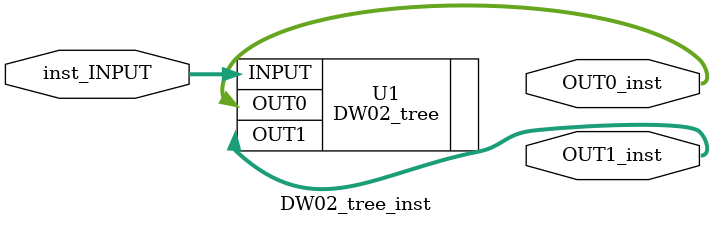
<source format=v>
module DW02_tree_inst(inst_INPUT, OUT0_inst, OUT1_inst);

parameter num_inputs = 8;
parameter input_width = 8;
parameter verif_en = 1; 

input [num_inputs*input_width-1 : 0] inst_INPUT;
output [input_width-1 : 0] OUT0_inst;
output [input_width-1 : 0] OUT1_inst;

// Instance of DW02_tree
DW02_tree #(num_inputs, input_width, verif_en) U1 (
    .INPUT(inst_INPUT),
    .OUT0(OUT0_inst),
    .OUT1(OUT1_inst)
);

endmodule

</source>
